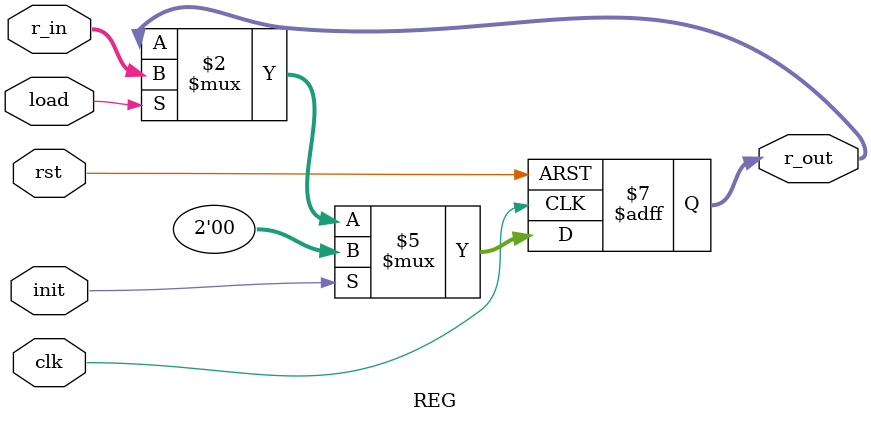
<source format=v>
`timescale 1ns/1ns
module REG#(parameter size = 0)(r_in ,clk ,rst, load, init, r_out);
	input [size - 1 : 0] r_in;
	input clk, load, init, rst;
	output reg [size - 1 : 0] r_out;

	always @(posedge clk, posedge rst)begin
		if (rst)
			r_out <= 0;
		else if (init)
			r_out <= 0;
		else if(load)
			r_out <= r_in;
	end

endmodule

</source>
